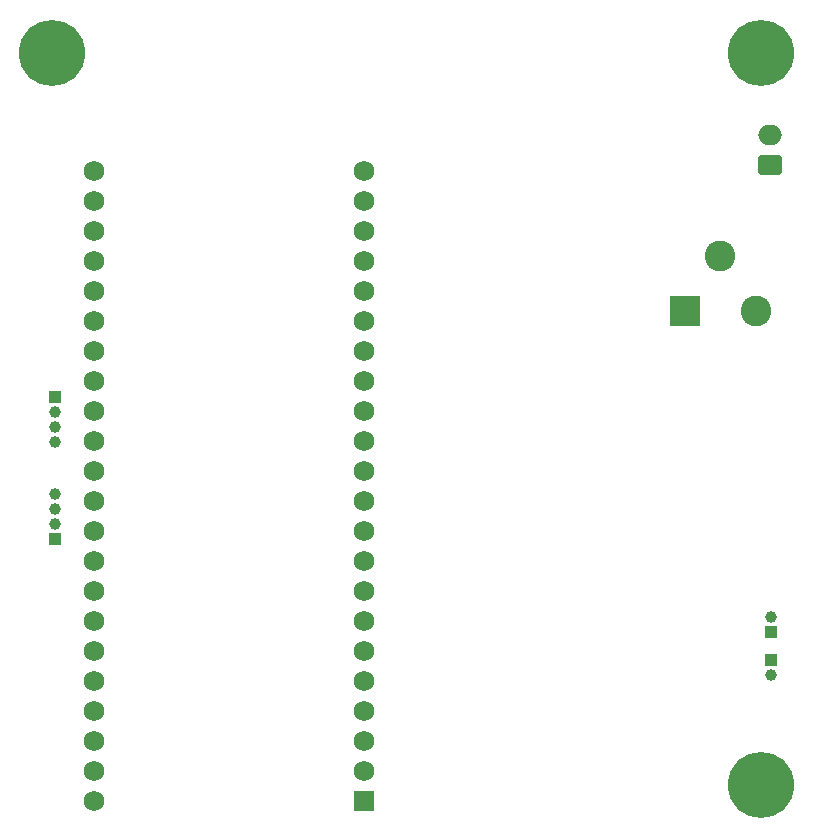
<source format=gbr>
%TF.GenerationSoftware,KiCad,Pcbnew,9.0.4*%
%TF.CreationDate,2025-10-21T16:10:30+02:00*%
%TF.ProjectId,Nomad,4e6f6d61-642e-46b6-9963-61645f706362,rev?*%
%TF.SameCoordinates,Original*%
%TF.FileFunction,Soldermask,Bot*%
%TF.FilePolarity,Negative*%
%FSLAX46Y46*%
G04 Gerber Fmt 4.6, Leading zero omitted, Abs format (unit mm)*
G04 Created by KiCad (PCBNEW 9.0.4) date 2025-10-21 16:10:30*
%MOMM*%
%LPD*%
G01*
G04 APERTURE LIST*
G04 Aperture macros list*
%AMRoundRect*
0 Rectangle with rounded corners*
0 $1 Rounding radius*
0 $2 $3 $4 $5 $6 $7 $8 $9 X,Y pos of 4 corners*
0 Add a 4 corners polygon primitive as box body*
4,1,4,$2,$3,$4,$5,$6,$7,$8,$9,$2,$3,0*
0 Add four circle primitives for the rounded corners*
1,1,$1+$1,$2,$3*
1,1,$1+$1,$4,$5*
1,1,$1+$1,$6,$7*
1,1,$1+$1,$8,$9*
0 Add four rect primitives between the rounded corners*
20,1,$1+$1,$2,$3,$4,$5,0*
20,1,$1+$1,$4,$5,$6,$7,0*
20,1,$1+$1,$6,$7,$8,$9,0*
20,1,$1+$1,$8,$9,$2,$3,0*%
G04 Aperture macros list end*
%ADD10RoundRect,0.250000X0.750000X-0.600000X0.750000X0.600000X-0.750000X0.600000X-0.750000X-0.600000X0*%
%ADD11O,2.000000X1.700000*%
%ADD12RoundRect,0.102000X0.765000X0.765000X-0.765000X0.765000X-0.765000X-0.765000X0.765000X-0.765000X0*%
%ADD13C,1.734000*%
%ADD14C,5.600000*%
%ADD15R,1.000000X1.000000*%
%ADD16C,1.000000*%
%ADD17R,2.600000X2.600000*%
%ADD18C,2.600000*%
G04 APERTURE END LIST*
D10*
%TO.C,LS1*%
X136750000Y-50500000D03*
D11*
X136750000Y-48000000D03*
%TD*%
D12*
%TO.C,U6*%
X102360000Y-104340000D03*
D13*
X102360001Y-101800000D03*
X102360000Y-99260000D03*
X102360000Y-96720000D03*
X102360000Y-94180000D03*
X102360000Y-91640001D03*
X102360000Y-89099999D03*
X102360000Y-86560000D03*
X102360000Y-84020000D03*
X102360000Y-81480000D03*
X102360000Y-78939999D03*
X102360000Y-76400000D03*
X102360000Y-73860000D03*
X102360000Y-71320000D03*
X102360000Y-68780001D03*
X102360000Y-66239999D03*
X102360000Y-63700000D03*
X102360000Y-61160000D03*
X102360000Y-58620000D03*
X102360000Y-56079999D03*
X102360000Y-53540000D03*
X102360000Y-51000000D03*
X79500000Y-104340000D03*
X79499999Y-101800000D03*
X79500000Y-99260000D03*
X79500000Y-96720000D03*
X79500000Y-94180000D03*
X79500000Y-91640001D03*
X79500000Y-89099999D03*
X79500000Y-86560000D03*
X79500000Y-84020000D03*
X79500000Y-81480000D03*
X79500000Y-78939999D03*
X79500000Y-76400000D03*
X79500000Y-73860000D03*
X79500000Y-71320000D03*
X79500000Y-68780001D03*
X79500000Y-66239999D03*
X79500000Y-63700000D03*
X79500000Y-61160000D03*
X79500000Y-58620000D03*
X79500000Y-56079999D03*
X79500000Y-53540000D03*
X79500000Y-51000000D03*
%TD*%
D14*
%TO.C,H1*%
X136000000Y-41000000D03*
%TD*%
%TO.C,H2*%
X136000000Y-103000000D03*
%TD*%
D15*
%TO.C,J3*%
X76225000Y-70160000D03*
D16*
X76225000Y-71430001D03*
X76225000Y-72700000D03*
X76225000Y-73970000D03*
%TD*%
D14*
%TO.C,H3*%
X76000000Y-41000000D03*
%TD*%
D15*
%TO.C,J2*%
X76175000Y-82210000D03*
D16*
X76175000Y-80939999D03*
X76175000Y-79670000D03*
X76175000Y-78400000D03*
%TD*%
D15*
%TO.C,J5*%
X136800000Y-92400000D03*
D16*
X136800000Y-93670001D03*
%TD*%
D15*
%TO.C,J4*%
X136800000Y-90035000D03*
D16*
X136800000Y-88764999D03*
%TD*%
D17*
%TO.C,J1*%
X129550000Y-62900000D03*
D18*
X135550000Y-62900000D03*
X132550000Y-58200000D03*
%TD*%
M02*

</source>
